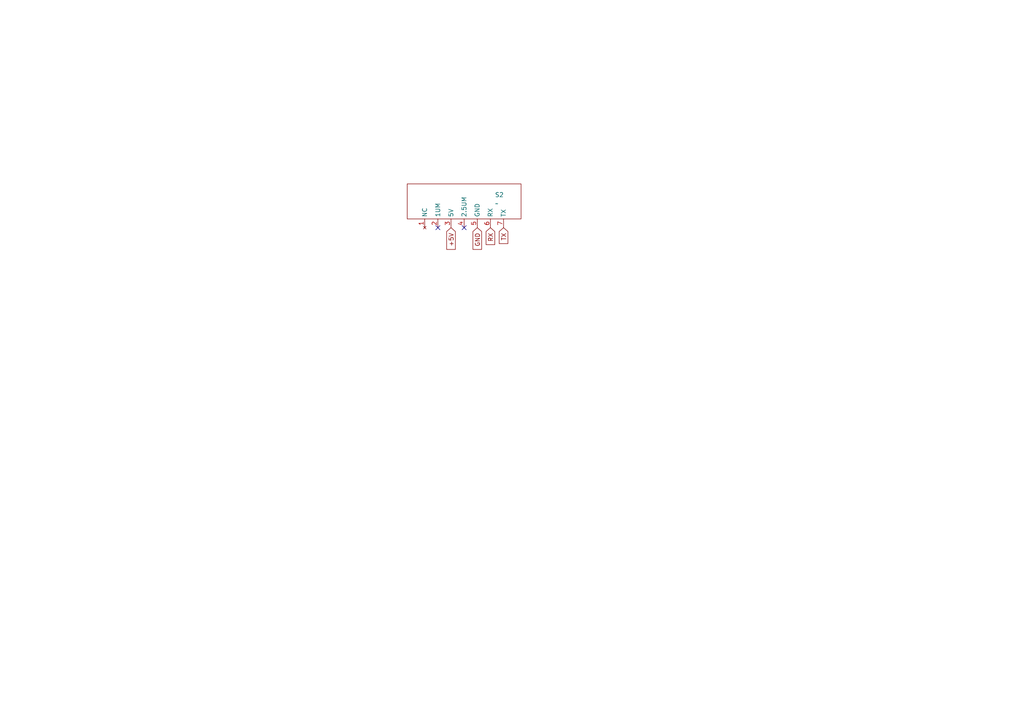
<source format=kicad_sch>
(kicad_sch (version 20250114) (generator "eeschema") (generator_version "9.0")
  (paper "A4")
  (lib_symbols
    (symbol "air_sens_lib:SDS011"
      (property "Reference" "S" (at 0 0 0))
      (symbol "SDS011_0_1"
        (rectangle (start -10.16 13.97) (end 22.86 24.13))
      )
      (symbol "SDS011_1_1"
        (pin no_connect line (at -5.08 11.43 90) (length 2.54) (name "NC") (number "1"))
        (pin output line (at -1.27 11.43 90) (length 2.54) (name "1UM") (number "2"))
        (pin power_in line (at 2.54 11.43 90) (length 2.54) (name "5V") (number "3"))
        (pin output line (at 6.35 11.43 90) (length 2.54) (name "2.5UM") (number "4"))
        (pin power_in line (at 10.16 11.43 90) (length 2.54) (name "GND") (number "5"))
        (pin input line (at 13.97 11.43 90) (length 2.54) (name "RX") (number "6"))
        (pin output line (at 17.78 11.43 90) (length 2.54) (name "TX") (number "7"))
      )
    )
  )
  (no_connect (at 134.62 66.04))
  (no_connect (at 127 66.04))
  (global_label "+5V" (shape input) (at 130.81 66.04 270) (property "Intersheetrefs" "${INTERSHEET_REFS}" (effects (hide yes))))
  (global_label "RX" (shape input) (at 142.24 66.04 270) (property "Intersheetrefs" "${INTERSHEET_REFS}" (effects (hide yes))))
  (global_label "TX" (shape input) (at 146.05 66.04 270) (property "Intersheetrefs" "${INTERSHEET_REFS}" (effects (hide yes))))
  (global_label "GND" (shape input) (at 138.43 66.04 270) (property "Intersheetrefs" "${INTERSHEET_REFS}" (effects (hide yes))))
  (symbol (lib_id "air_sens_lib:SDS011") (at 128.27 77.47 0) (unit 1)
    (property "Reference" "S2" (at 143.51 56.5149 0) (effects (justify left)))
    (property "Value" "~" (at 143.51 59.0549 0) (effects (justify left)))
  )
)
</source>
